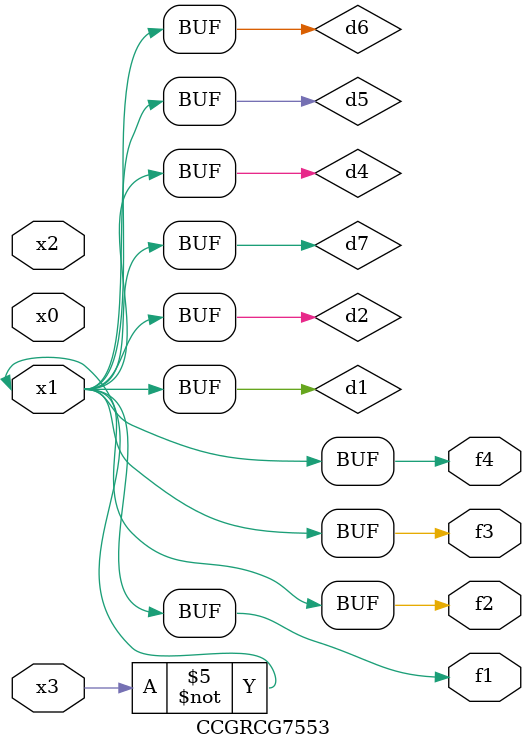
<source format=v>
module CCGRCG7553(
	input x0, x1, x2, x3,
	output f1, f2, f3, f4
);

	wire d1, d2, d3, d4, d5, d6, d7;

	not (d1, x3);
	buf (d2, x1);
	xnor (d3, d1, d2);
	nor (d4, d1);
	buf (d5, d1, d2);
	buf (d6, d4, d5);
	nand (d7, d4);
	assign f1 = d6;
	assign f2 = d7;
	assign f3 = d6;
	assign f4 = d6;
endmodule

</source>
